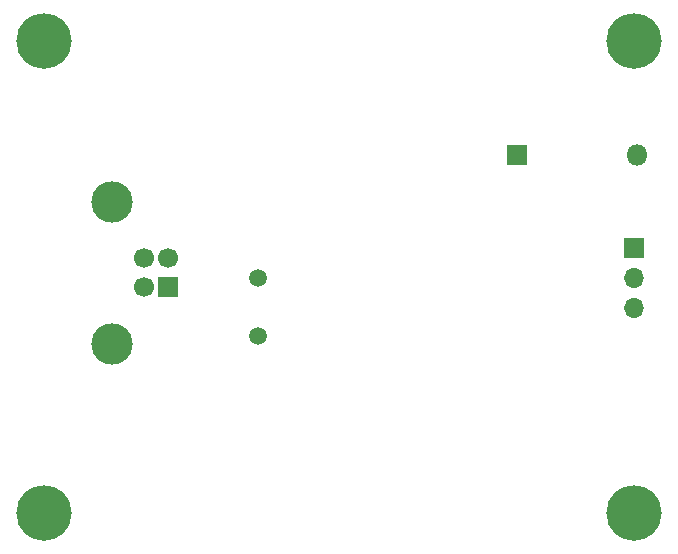
<source format=gbs>
G04 #@! TF.GenerationSoftware,KiCad,Pcbnew,8.0.6*
G04 #@! TF.CreationDate,2025-01-14T12:10:58-05:00*
G04 #@! TF.ProjectId,usb_lin,7573625f-6c69-46e2-9e6b-696361645f70,rev?*
G04 #@! TF.SameCoordinates,Original*
G04 #@! TF.FileFunction,Soldermask,Bot*
G04 #@! TF.FilePolarity,Negative*
%FSLAX46Y46*%
G04 Gerber Fmt 4.6, Leading zero omitted, Abs format (unit mm)*
G04 Created by KiCad (PCBNEW 8.0.6) date 2025-01-14 12:10:58*
%MOMM*%
%LPD*%
G01*
G04 APERTURE LIST*
%ADD10R,1.700000X1.700000*%
%ADD11C,1.700000*%
%ADD12C,3.500000*%
%ADD13C,1.500000*%
%ADD14C,4.700000*%
%ADD15O,1.700000X1.700000*%
%ADD16R,1.800000X1.800000*%
%ADD17O,1.800000X1.800000*%
G04 APERTURE END LIST*
D10*
X145500000Y-105900000D03*
D11*
X145500000Y-103400000D03*
X143500000Y-103400000D03*
X143500000Y-105900000D03*
D12*
X140790000Y-110670000D03*
X140790000Y-98630000D03*
D13*
X153100000Y-110000000D03*
X153100000Y-105120000D03*
D14*
X135000000Y-125000000D03*
X135000000Y-85000000D03*
D10*
X185000000Y-102550000D03*
D15*
X185000000Y-105090000D03*
X185000000Y-107630000D03*
D16*
X175070000Y-94650000D03*
D17*
X185230000Y-94650000D03*
D14*
X185000000Y-85000000D03*
X185000000Y-125000000D03*
M02*

</source>
